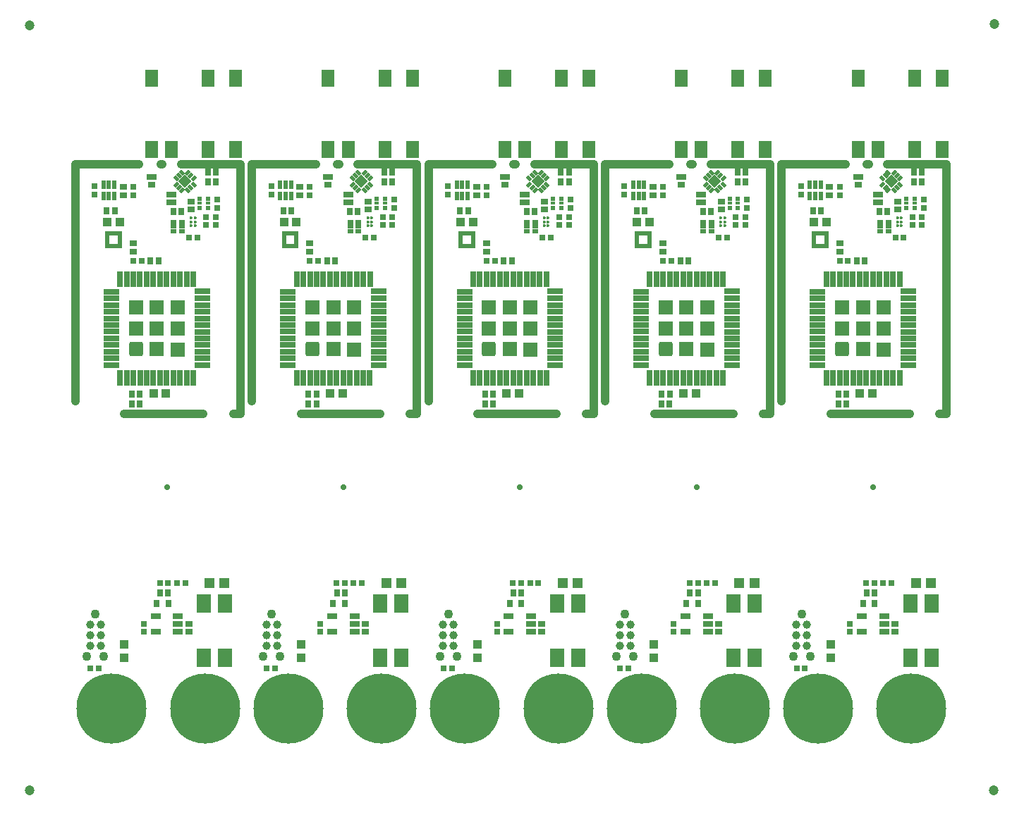
<source format=gts>
G04*
G04 #@! TF.GenerationSoftware,Altium Limited,Altium Designer,19.1.7 (138)*
G04*
G04 Layer_Color=8388736*
%FSAX25Y25*%
%MOIN*%
G70*
G01*
G75*
%ADD10C,0.03937*%
%ADD15R,0.01968X0.02362*%
%ADD88R,0.03162X0.02769*%
%ADD89R,0.04540X0.02690*%
%ADD90R,0.03165X0.03559*%
%ADD91R,0.03162X0.03320*%
%ADD92R,0.02769X0.03162*%
%ADD93R,0.04737X0.04737*%
%ADD94R,0.06902X0.09068*%
%ADD95R,0.03320X0.03162*%
%ADD96C,0.33084*%
%ADD97R,0.03950X0.03950*%
%ADD98C,0.03910*%
%ADD99R,0.03950X0.03950*%
%ADD100R,0.03241X0.03044*%
%ADD101R,0.04737X0.03044*%
%ADD102R,0.02375X0.04343*%
%ADD103R,0.06706X0.06706*%
G04:AMPARAMS|DCode=104|XSize=67.06mil|YSize=67.06mil|CornerRadius=9.91mil|HoleSize=0mil|Usage=FLASHONLY|Rotation=90.000|XOffset=0mil|YOffset=0mil|HoleType=Round|Shape=RoundedRectangle|*
%AMROUNDEDRECTD104*
21,1,0.06706,0.04724,0,0,90.0*
21,1,0.04724,0.06706,0,0,90.0*
1,1,0.01981,0.02362,0.02362*
1,1,0.01981,0.02362,-0.02362*
1,1,0.01981,-0.02362,-0.02362*
1,1,0.01981,-0.02362,0.02362*
%
%ADD104ROUNDEDRECTD104*%
%ADD105R,0.07493X0.02769*%
%ADD106R,0.02769X0.07493*%
%ADD107R,0.01981X0.01981*%
%ADD108R,0.01981X0.01981*%
%ADD109R,0.04737X0.03162*%
%ADD110R,0.01968X0.01575*%
%ADD111C,0.01417*%
%ADD112R,0.02769X0.01981*%
%ADD113R,0.03044X0.03241*%
G04:AMPARAMS|DCode=114|XSize=17.72mil|YSize=24.61mil|CornerRadius=0mil|HoleSize=0mil|Usage=FLASHONLY|Rotation=45.000|XOffset=0mil|YOffset=0mil|HoleType=Round|Shape=Rectangle|*
%AMROTATEDRECTD114*
4,1,4,0.00244,-0.01496,-0.01496,0.00244,-0.00244,0.01496,0.01496,-0.00244,0.00244,-0.01496,0.0*
%
%ADD114ROTATEDRECTD114*%

G04:AMPARAMS|DCode=115|XSize=17.72mil|YSize=24.61mil|CornerRadius=0mil|HoleSize=0mil|Usage=FLASHONLY|Rotation=135.000|XOffset=0mil|YOffset=0mil|HoleType=Round|Shape=Rectangle|*
%AMROTATEDRECTD115*
4,1,4,0.01496,0.00244,-0.00244,-0.01496,-0.01496,-0.00244,0.00244,0.01496,0.01496,0.00244,0.0*
%
%ADD115ROTATEDRECTD115*%

%ADD116P,0.06403X4X360.0*%
%ADD117R,0.05918X0.07887*%
%ADD118C,0.04737*%
%ADD119C,0.04343*%
%ADD120C,0.02769*%
G36*
X0491027Y0378764D02*
X0491047Y0378760D01*
X0491078Y0378753D01*
X0491125Y0378737D01*
X0491128Y0378737D01*
X0491174Y0378714D01*
X0491175Y0378713D01*
X0491175Y0378713D01*
X0491189Y0378704D01*
X0491218Y0378684D01*
X0491258Y0378650D01*
X0491258Y0378650D01*
X0491258Y0378650D01*
X0491603Y0378305D01*
X0491603Y0378305D01*
X0491603Y0378305D01*
X0491627Y0378277D01*
X0491637Y0378266D01*
X0491637Y0378266D01*
X0491637Y0378266D01*
X0491654Y0378240D01*
X0491666Y0378222D01*
X0491666Y0378222D01*
X0491666Y0378222D01*
X0491675Y0378205D01*
X0491689Y0378175D01*
X0491689Y0378175D01*
X0491689Y0378175D01*
X0491697Y0378153D01*
X0491706Y0378125D01*
X0491706Y0378125D01*
X0491706Y0378125D01*
X0491711Y0378099D01*
X0491716Y0378074D01*
Y0378074D01*
X0491716Y0378074D01*
X0491718Y0378049D01*
X0491720Y0378022D01*
Y0378022D01*
Y0378022D01*
X0491720Y0377283D01*
X0491718Y0377256D01*
X0491716Y0377231D01*
X0491716Y0377231D01*
Y0377231D01*
X0491711Y0377206D01*
X0491706Y0377180D01*
X0491706Y0377180D01*
X0491706Y0377180D01*
X0491700Y0377161D01*
X0491689Y0377130D01*
X0491689Y0377130D01*
X0491689Y0377130D01*
X0491679Y0377109D01*
X0491666Y0377083D01*
X0491666Y0377083D01*
X0491666Y0377083D01*
X0491654Y0377065D01*
X0491637Y0377040D01*
X0491637Y0377039D01*
X0491637Y0377039D01*
X0491627Y0377028D01*
X0491602Y0377000D01*
X0491602Y0377000D01*
X0491602Y0377000D01*
X0491575Y0376976D01*
X0491563Y0376965D01*
X0491563Y0376965D01*
X0491563Y0376965D01*
X0491537Y0376948D01*
X0491519Y0376936D01*
X0491519Y0376936D01*
X0491519Y0376936D01*
X0491494Y0376924D01*
X0491472Y0376913D01*
X0491472Y0376913D01*
X0491472Y0376913D01*
X0491441Y0376903D01*
X0491423Y0376896D01*
X0491423Y0376896D01*
X0491423Y0376896D01*
X0491397Y0376891D01*
X0491371Y0376886D01*
X0491371D01*
X0491371Y0376886D01*
X0491346Y0376884D01*
X0491319Y0376883D01*
X0490335D01*
X0490282Y0376886D01*
X0490231Y0376896D01*
X0490181Y0376913D01*
X0490134Y0376936D01*
X0490091Y0376965D01*
X0490051Y0377000D01*
X0490017Y0377040D01*
X0489988Y0377083D01*
X0489964Y0377130D01*
X0489947Y0377180D01*
X0489937Y0377231D01*
X0489934Y0377284D01*
Y0378366D01*
X0489937Y0378418D01*
X0489941Y0378439D01*
X0489947Y0378470D01*
X0489964Y0378520D01*
X0489988Y0378567D01*
X0489988Y0378567D01*
X0489997Y0378581D01*
X0490017Y0378610D01*
X0490051Y0378650D01*
X0490051Y0378650D01*
X0490051Y0378650D01*
X0490091Y0378684D01*
X0490120Y0378703D01*
X0490134Y0378713D01*
X0490134Y0378713D01*
X0490181Y0378736D01*
X0490231Y0378753D01*
X0490262Y0378760D01*
X0490282Y0378764D01*
X0490335Y0378767D01*
X0490974Y0378767D01*
X0490974D01*
X0491027Y0378764D01*
D02*
G37*
G36*
X0407562D02*
X0407583Y0378760D01*
X0407614Y0378753D01*
X0407660Y0378737D01*
X0407663Y0378737D01*
X0407709Y0378714D01*
X0407710Y0378713D01*
X0407710Y0378713D01*
X0407725Y0378704D01*
X0407754Y0378684D01*
X0407793Y0378650D01*
X0407793Y0378650D01*
X0407793Y0378650D01*
X0408138Y0378305D01*
X0408138Y0378305D01*
X0408138Y0378305D01*
X0408162Y0378277D01*
X0408173Y0378266D01*
X0408173Y0378266D01*
X0408173Y0378266D01*
X0408190Y0378240D01*
X0408202Y0378222D01*
X0408202Y0378222D01*
X0408202Y0378222D01*
X0408210Y0378205D01*
X0408225Y0378175D01*
X0408225Y0378175D01*
X0408225Y0378175D01*
X0408232Y0378153D01*
X0408242Y0378125D01*
X0408242Y0378125D01*
X0408242Y0378125D01*
X0408247Y0378099D01*
X0408252Y0378074D01*
Y0378074D01*
X0408252Y0378074D01*
X0408253Y0378049D01*
X0408255Y0378022D01*
Y0378022D01*
Y0378022D01*
X0408255Y0377283D01*
X0408253Y0377256D01*
X0408252Y0377231D01*
X0408252Y0377231D01*
Y0377231D01*
X0408247Y0377206D01*
X0408242Y0377180D01*
X0408242Y0377180D01*
X0408242Y0377180D01*
X0408235Y0377161D01*
X0408225Y0377130D01*
X0408225Y0377130D01*
X0408225Y0377130D01*
X0408214Y0377109D01*
X0408202Y0377083D01*
X0408201Y0377083D01*
X0408201Y0377083D01*
X0408190Y0377065D01*
X0408172Y0377040D01*
X0408172Y0377039D01*
X0408172Y0377039D01*
X0408162Y0377028D01*
X0408138Y0377000D01*
X0408138Y0377000D01*
X0408138Y0377000D01*
X0408110Y0376976D01*
X0408098Y0376965D01*
X0408098Y0376965D01*
X0408098Y0376965D01*
X0408072Y0376948D01*
X0408055Y0376936D01*
X0408055Y0376936D01*
X0408055Y0376936D01*
X0408029Y0376924D01*
X0408008Y0376913D01*
X0408008Y0376913D01*
X0408008Y0376913D01*
X0407977Y0376903D01*
X0407958Y0376896D01*
X0407958Y0376896D01*
X0407958Y0376896D01*
X0407932Y0376891D01*
X0407907Y0376886D01*
X0407907D01*
X0407907Y0376886D01*
X0407882Y0376884D01*
X0407854Y0376883D01*
X0406870D01*
X0406818Y0376886D01*
X0406766Y0376896D01*
X0406717Y0376913D01*
X0406670Y0376936D01*
X0406626Y0376965D01*
X0406587Y0377000D01*
X0406552Y0377040D01*
X0406523Y0377083D01*
X0406500Y0377130D01*
X0406483Y0377180D01*
X0406473Y0377231D01*
X0406469Y0377284D01*
Y0378366D01*
X0406473Y0378418D01*
X0406477Y0378439D01*
X0406483Y0378470D01*
X0406500Y0378520D01*
X0406523Y0378567D01*
X0406523Y0378567D01*
X0406533Y0378581D01*
X0406552Y0378610D01*
X0406587Y0378650D01*
X0406587Y0378650D01*
X0406587Y0378650D01*
X0406626Y0378684D01*
X0406655Y0378703D01*
X0406670Y0378713D01*
X0406670Y0378713D01*
X0406717Y0378736D01*
X0406766Y0378753D01*
X0406797Y0378760D01*
X0406818Y0378764D01*
X0406870Y0378767D01*
X0407510Y0378767D01*
X0407510D01*
X0407562Y0378764D01*
D02*
G37*
G36*
X0324097D02*
X0324118Y0378760D01*
X0324149Y0378753D01*
X0324196Y0378737D01*
X0324199Y0378737D01*
X0324244Y0378714D01*
X0324246Y0378713D01*
X0324246Y0378713D01*
X0324260Y0378704D01*
X0324289Y0378684D01*
X0324329Y0378650D01*
X0324329Y0378650D01*
X0324329Y0378650D01*
X0324673Y0378305D01*
X0324673Y0378305D01*
X0324673Y0378305D01*
X0324698Y0378277D01*
X0324708Y0378266D01*
X0324708Y0378266D01*
X0324708Y0378266D01*
X0324725Y0378240D01*
X0324737Y0378222D01*
X0324737Y0378222D01*
X0324737Y0378222D01*
X0324746Y0378205D01*
X0324760Y0378175D01*
X0324760Y0378175D01*
X0324760Y0378175D01*
X0324767Y0378153D01*
X0324777Y0378125D01*
X0324777Y0378125D01*
X0324777Y0378125D01*
X0324782Y0378099D01*
X0324787Y0378074D01*
Y0378074D01*
X0324787Y0378074D01*
X0324789Y0378049D01*
X0324791Y0378022D01*
Y0378022D01*
Y0378022D01*
X0324791Y0377283D01*
X0324789Y0377256D01*
X0324787Y0377231D01*
X0324787Y0377231D01*
Y0377231D01*
X0324782Y0377206D01*
X0324777Y0377180D01*
X0324777Y0377180D01*
X0324777Y0377180D01*
X0324771Y0377161D01*
X0324760Y0377130D01*
X0324760Y0377130D01*
X0324760Y0377130D01*
X0324749Y0377109D01*
X0324737Y0377083D01*
X0324737Y0377083D01*
X0324737Y0377083D01*
X0324725Y0377065D01*
X0324708Y0377040D01*
X0324708Y0377039D01*
X0324708Y0377039D01*
X0324697Y0377028D01*
X0324673Y0377000D01*
X0324673Y0377000D01*
X0324673Y0377000D01*
X0324645Y0376976D01*
X0324634Y0376965D01*
X0324634Y0376965D01*
X0324634Y0376965D01*
X0324608Y0376948D01*
X0324590Y0376936D01*
X0324590Y0376936D01*
X0324590Y0376936D01*
X0324564Y0376924D01*
X0324543Y0376913D01*
X0324543Y0376913D01*
X0324543Y0376913D01*
X0324512Y0376903D01*
X0324494Y0376896D01*
X0324494Y0376896D01*
X0324493Y0376896D01*
X0324467Y0376891D01*
X0324442Y0376886D01*
X0324442D01*
X0324442Y0376886D01*
X0324417Y0376884D01*
X0324390Y0376883D01*
X0323406D01*
X0323353Y0376886D01*
X0323302Y0376896D01*
X0323252Y0376913D01*
X0323205Y0376936D01*
X0323162Y0376965D01*
X0323122Y0377000D01*
X0323088Y0377040D01*
X0323058Y0377083D01*
X0323035Y0377130D01*
X0323018Y0377180D01*
X0323008Y0377231D01*
X0323005Y0377284D01*
Y0378366D01*
X0323008Y0378418D01*
X0323012Y0378439D01*
X0323018Y0378470D01*
X0323035Y0378520D01*
X0323058Y0378567D01*
X0323058Y0378567D01*
X0323068Y0378581D01*
X0323087Y0378610D01*
X0323122Y0378650D01*
X0323122Y0378650D01*
X0323122Y0378650D01*
X0323162Y0378684D01*
X0323190Y0378703D01*
X0323205Y0378713D01*
X0323205Y0378713D01*
X0323252Y0378736D01*
X0323302Y0378753D01*
X0323333Y0378760D01*
X0323353Y0378764D01*
X0323406Y0378767D01*
X0324045Y0378767D01*
X0324045D01*
X0324097Y0378764D01*
D02*
G37*
G36*
X0240633D02*
X0240653Y0378760D01*
X0240684Y0378753D01*
X0240731Y0378737D01*
X0240734Y0378737D01*
X0240780Y0378714D01*
X0240781Y0378713D01*
X0240781Y0378713D01*
X0240796Y0378704D01*
X0240825Y0378684D01*
X0240864Y0378650D01*
X0240864Y0378650D01*
X0240864Y0378650D01*
X0241209Y0378305D01*
X0241209Y0378305D01*
X0241209Y0378305D01*
X0241233Y0378277D01*
X0241243Y0378266D01*
X0241243Y0378266D01*
X0241243Y0378266D01*
X0241261Y0378240D01*
X0241272Y0378222D01*
X0241272Y0378222D01*
X0241272Y0378222D01*
X0241281Y0378205D01*
X0241296Y0378175D01*
X0241296Y0378175D01*
X0241296Y0378175D01*
X0241303Y0378153D01*
X0241313Y0378125D01*
X0241313Y0378125D01*
X0241313Y0378125D01*
X0241318Y0378099D01*
X0241323Y0378074D01*
Y0378074D01*
X0241323Y0378074D01*
X0241324Y0378049D01*
X0241326Y0378022D01*
Y0378022D01*
Y0378022D01*
X0241326Y0377283D01*
X0241324Y0377256D01*
X0241323Y0377231D01*
X0241323Y0377231D01*
Y0377231D01*
X0241318Y0377206D01*
X0241312Y0377180D01*
X0241312Y0377180D01*
X0241312Y0377180D01*
X0241306Y0377161D01*
X0241296Y0377130D01*
X0241296Y0377130D01*
X0241296Y0377130D01*
X0241285Y0377109D01*
X0241272Y0377083D01*
X0241272Y0377083D01*
X0241272Y0377083D01*
X0241261Y0377065D01*
X0241243Y0377040D01*
X0241243Y0377039D01*
X0241243Y0377039D01*
X0241233Y0377028D01*
X0241209Y0377000D01*
X0241209Y0377000D01*
X0241209Y0377000D01*
X0241181Y0376976D01*
X0241169Y0376965D01*
X0241169Y0376965D01*
X0241169Y0376965D01*
X0241143Y0376948D01*
X0241126Y0376936D01*
X0241126Y0376936D01*
X0241125Y0376936D01*
X0241100Y0376924D01*
X0241079Y0376913D01*
X0241078Y0376913D01*
X0241078Y0376913D01*
X0241048Y0376903D01*
X0241029Y0376896D01*
X0241029Y0376896D01*
X0241029Y0376896D01*
X0241003Y0376891D01*
X0240978Y0376886D01*
X0240977D01*
X0240977Y0376886D01*
X0240952Y0376884D01*
X0240925Y0376883D01*
X0239941D01*
X0239889Y0376886D01*
X0239837Y0376896D01*
X0239788Y0376913D01*
X0239740Y0376936D01*
X0239697Y0376965D01*
X0239657Y0377000D01*
X0239623Y0377040D01*
X0239594Y0377083D01*
X0239571Y0377130D01*
X0239554Y0377180D01*
X0239544Y0377231D01*
X0239540Y0377284D01*
Y0378366D01*
X0239544Y0378418D01*
X0239548Y0378439D01*
X0239554Y0378470D01*
X0239571Y0378520D01*
X0239594Y0378567D01*
X0239594Y0378567D01*
X0239603Y0378581D01*
X0239623Y0378610D01*
X0239657Y0378650D01*
X0239657Y0378650D01*
X0239657Y0378650D01*
X0239697Y0378684D01*
X0239726Y0378703D01*
X0239740Y0378713D01*
X0239740Y0378713D01*
X0239788Y0378736D01*
X0239837Y0378753D01*
X0239868Y0378760D01*
X0239889Y0378764D01*
X0239941Y0378767D01*
X0240581Y0378767D01*
X0240581D01*
X0240633Y0378764D01*
D02*
G37*
G36*
X0157168D02*
X0157189Y0378760D01*
X0157220Y0378753D01*
X0157267Y0378737D01*
X0157270Y0378737D01*
X0157315Y0378714D01*
X0157317Y0378713D01*
X0157317Y0378713D01*
X0157331Y0378704D01*
X0157360Y0378684D01*
X0157399Y0378650D01*
X0157399Y0378650D01*
X0157399Y0378650D01*
X0157744Y0378305D01*
X0157744Y0378305D01*
X0157744Y0378305D01*
X0157768Y0378277D01*
X0157779Y0378266D01*
X0157779Y0378266D01*
X0157779Y0378266D01*
X0157796Y0378240D01*
X0157808Y0378222D01*
X0157808Y0378222D01*
X0157808Y0378222D01*
X0157816Y0378205D01*
X0157831Y0378175D01*
X0157831Y0378175D01*
X0157831Y0378175D01*
X0157838Y0378153D01*
X0157848Y0378125D01*
X0157848Y0378125D01*
X0157848Y0378125D01*
X0157853Y0378099D01*
X0157858Y0378074D01*
Y0378074D01*
X0157858Y0378074D01*
X0157860Y0378049D01*
X0157862Y0378022D01*
Y0378022D01*
Y0378022D01*
X0157861Y0377283D01*
X0157860Y0377256D01*
X0157858Y0377231D01*
X0157858Y0377231D01*
Y0377231D01*
X0157853Y0377206D01*
X0157848Y0377180D01*
X0157848Y0377180D01*
X0157848Y0377180D01*
X0157842Y0377161D01*
X0157831Y0377130D01*
X0157831Y0377130D01*
X0157831Y0377130D01*
X0157820Y0377109D01*
X0157808Y0377083D01*
X0157808Y0377083D01*
X0157808Y0377083D01*
X0157796Y0377065D01*
X0157779Y0377040D01*
X0157779Y0377039D01*
X0157779Y0377039D01*
X0157768Y0377028D01*
X0157744Y0377000D01*
X0157744Y0377000D01*
X0157744Y0377000D01*
X0157716Y0376976D01*
X0157705Y0376965D01*
X0157705Y0376965D01*
X0157705Y0376965D01*
X0157679Y0376948D01*
X0157661Y0376936D01*
X0157661Y0376936D01*
X0157661Y0376936D01*
X0157635Y0376924D01*
X0157614Y0376913D01*
X0157614Y0376913D01*
X0157614Y0376913D01*
X0157583Y0376903D01*
X0157564Y0376896D01*
X0157564Y0376896D01*
X0157564Y0376896D01*
X0157538Y0376891D01*
X0157513Y0376886D01*
X0157513D01*
X0157513Y0376886D01*
X0157488Y0376884D01*
X0157461Y0376883D01*
X0156476D01*
X0156424Y0376886D01*
X0156373Y0376896D01*
X0156323Y0376913D01*
X0156276Y0376936D01*
X0156232Y0376965D01*
X0156193Y0377000D01*
X0156158Y0377040D01*
X0156129Y0377083D01*
X0156106Y0377130D01*
X0156089Y0377180D01*
X0156079Y0377231D01*
X0156076Y0377284D01*
Y0378366D01*
X0156079Y0378418D01*
X0156083Y0378439D01*
X0156089Y0378470D01*
X0156106Y0378520D01*
X0156129Y0378567D01*
X0156129Y0378567D01*
X0156139Y0378581D01*
X0156158Y0378610D01*
X0156193Y0378650D01*
X0156193Y0378650D01*
X0156193Y0378650D01*
X0156232Y0378684D01*
X0156261Y0378703D01*
X0156276Y0378713D01*
X0156276Y0378713D01*
X0156323Y0378736D01*
X0156373Y0378753D01*
X0156404Y0378760D01*
X0156424Y0378764D01*
X0156476Y0378767D01*
X0157116Y0378767D01*
X0157116D01*
X0157168Y0378764D01*
D02*
G37*
D10*
X0165039Y0298543D02*
X0202362D01*
X0216398D02*
X0219803D01*
Y0409961D01*
Y0416614D01*
X0191850D02*
X0218779D01*
X0182087D02*
X0183056D01*
X0141850D02*
X0172047D01*
X0141850D02*
X0141850Y0304348D01*
X0248504Y0298543D02*
X0285827D01*
X0299862D02*
X0303268D01*
Y0409961D01*
Y0416614D01*
X0275315D02*
X0302244D01*
X0265551D02*
X0266521D01*
X0225315D02*
X0255512D01*
X0225315D02*
X0225315Y0304348D01*
X0331968Y0298543D02*
X0369291D01*
X0383327D02*
X0386732D01*
Y0409961D01*
Y0416614D01*
X0358780D02*
X0385709D01*
X0349016D02*
X0349986D01*
X0308780D02*
X0338976D01*
X0308780D02*
X0308780Y0304348D01*
X0415433Y0298543D02*
X0452756D01*
X0466791D02*
X0470197D01*
Y0409961D01*
Y0416614D01*
X0442244D02*
X0469173D01*
X0432480D02*
X0433450D01*
X0392244D02*
X0422441D01*
X0392244D02*
X0392244Y0304348D01*
X0498898Y0298543D02*
X0536221D01*
X0550256D02*
X0553661D01*
Y0409961D01*
Y0416614D01*
X0525709D02*
X0552638D01*
X0515945D02*
X0516915D01*
X0475709D02*
X0505905D01*
X0475709D02*
X0475709Y0304348D01*
D15*
X0200709Y0395945D02*
D03*
Y0400118D02*
D03*
X0204646Y0395945D02*
D03*
Y0400118D02*
D03*
X0284173Y0395945D02*
D03*
Y0400118D02*
D03*
X0288110Y0395945D02*
D03*
Y0400118D02*
D03*
X0367638Y0395945D02*
D03*
Y0400118D02*
D03*
X0371575Y0395945D02*
D03*
Y0400118D02*
D03*
X0451102Y0395945D02*
D03*
Y0400118D02*
D03*
X0455039Y0395945D02*
D03*
Y0400118D02*
D03*
X0534567Y0395945D02*
D03*
Y0400118D02*
D03*
X0538504Y0395945D02*
D03*
Y0400118D02*
D03*
D88*
X0174151Y0199343D02*
D03*
Y0195405D02*
D03*
X0169213Y0405788D02*
D03*
Y0401851D02*
D03*
X0150945Y0406220D02*
D03*
Y0402283D02*
D03*
X0208937Y0395906D02*
D03*
Y0399843D02*
D03*
X0203661Y0391654D02*
D03*
Y0387717D02*
D03*
X0208150Y0391654D02*
D03*
Y0387717D02*
D03*
X0257615Y0199343D02*
D03*
Y0195405D02*
D03*
X0252677Y0405788D02*
D03*
Y0401851D02*
D03*
X0234409Y0406220D02*
D03*
Y0402283D02*
D03*
X0292402Y0395906D02*
D03*
Y0399843D02*
D03*
X0287126Y0391654D02*
D03*
Y0387717D02*
D03*
X0291614Y0391654D02*
D03*
Y0387717D02*
D03*
X0341080Y0199343D02*
D03*
Y0195405D02*
D03*
X0336142Y0405788D02*
D03*
Y0401851D02*
D03*
X0317874Y0406220D02*
D03*
Y0402283D02*
D03*
X0375866Y0395906D02*
D03*
Y0399843D02*
D03*
X0370590Y0391654D02*
D03*
Y0387717D02*
D03*
X0375079Y0391654D02*
D03*
Y0387717D02*
D03*
X0424544Y0199343D02*
D03*
Y0195405D02*
D03*
X0419606Y0405788D02*
D03*
Y0401851D02*
D03*
X0401339Y0406220D02*
D03*
Y0402283D02*
D03*
X0459331Y0395906D02*
D03*
Y0399843D02*
D03*
X0454055Y0391654D02*
D03*
Y0387717D02*
D03*
X0458543Y0391654D02*
D03*
Y0387717D02*
D03*
X0508009Y0199343D02*
D03*
Y0195405D02*
D03*
X0503071Y0405788D02*
D03*
Y0401851D02*
D03*
X0484803Y0406220D02*
D03*
Y0402283D02*
D03*
X0542795Y0395906D02*
D03*
Y0399843D02*
D03*
X0537520Y0391654D02*
D03*
Y0387717D02*
D03*
X0542008Y0391654D02*
D03*
Y0387717D02*
D03*
D89*
X0190371Y0199240D02*
D03*
X0179741Y0195499D02*
D03*
Y0202980D02*
D03*
X0190371D02*
D03*
Y0195499D02*
D03*
X0273835Y0199240D02*
D03*
X0263206Y0195499D02*
D03*
Y0202980D02*
D03*
X0273835D02*
D03*
Y0195499D02*
D03*
X0357300Y0199240D02*
D03*
X0346670Y0195499D02*
D03*
Y0202980D02*
D03*
X0357300D02*
D03*
Y0195499D02*
D03*
X0440765Y0199240D02*
D03*
X0430135Y0195499D02*
D03*
Y0202980D02*
D03*
X0440765D02*
D03*
Y0195499D02*
D03*
X0524229Y0199240D02*
D03*
X0513599Y0195499D02*
D03*
Y0202980D02*
D03*
X0524229D02*
D03*
Y0195499D02*
D03*
D90*
X0185748Y0208858D02*
D03*
X0180236D02*
D03*
X0269213D02*
D03*
X0263701D02*
D03*
X0352677D02*
D03*
X0347165D02*
D03*
X0436142D02*
D03*
X0430630D02*
D03*
X0519606D02*
D03*
X0514095D02*
D03*
D91*
X0185709Y0213976D02*
D03*
X0181929D02*
D03*
X0168543Y0303307D02*
D03*
X0172323D02*
D03*
X0168583Y0307992D02*
D03*
X0172362D02*
D03*
X0160472Y0394488D02*
D03*
X0156693D02*
D03*
X0181142Y0370827D02*
D03*
X0177362D02*
D03*
X0208189Y0412992D02*
D03*
X0204409D02*
D03*
X0208189Y0408268D02*
D03*
X0204409D02*
D03*
X0269173Y0213976D02*
D03*
X0265394D02*
D03*
X0252008Y0303307D02*
D03*
X0255787D02*
D03*
X0252047Y0307992D02*
D03*
X0255827D02*
D03*
X0243937Y0394488D02*
D03*
X0240157D02*
D03*
X0264606Y0370827D02*
D03*
X0260827D02*
D03*
X0291653Y0412992D02*
D03*
X0287874D02*
D03*
X0291653Y0408268D02*
D03*
X0287874D02*
D03*
X0352638Y0213976D02*
D03*
X0348858D02*
D03*
X0335472Y0303307D02*
D03*
X0339252D02*
D03*
X0335512Y0307992D02*
D03*
X0339291D02*
D03*
X0327401Y0394488D02*
D03*
X0323622D02*
D03*
X0348071Y0370827D02*
D03*
X0344291D02*
D03*
X0375118Y0412992D02*
D03*
X0371339D02*
D03*
X0375118Y0408268D02*
D03*
X0371339D02*
D03*
X0436102Y0213976D02*
D03*
X0432323D02*
D03*
X0418937Y0303307D02*
D03*
X0422717D02*
D03*
X0418976Y0307992D02*
D03*
X0422756D02*
D03*
X0410866Y0394488D02*
D03*
X0407087D02*
D03*
X0431535Y0370827D02*
D03*
X0427756D02*
D03*
X0458583Y0412992D02*
D03*
X0454803D02*
D03*
X0458583Y0408268D02*
D03*
X0454803D02*
D03*
X0519567Y0213976D02*
D03*
X0515788D02*
D03*
X0502402Y0303307D02*
D03*
X0506181D02*
D03*
X0502441Y0307992D02*
D03*
X0506220D02*
D03*
X0494331Y0394488D02*
D03*
X0490551D02*
D03*
X0515000Y0370827D02*
D03*
X0511221D02*
D03*
X0542047Y0412992D02*
D03*
X0538268D02*
D03*
X0542047Y0408268D02*
D03*
X0538268D02*
D03*
D92*
X0181772Y0218425D02*
D03*
X0185709D02*
D03*
X0189803D02*
D03*
X0193740D02*
D03*
X0152835Y0178228D02*
D03*
X0148898D02*
D03*
X0173189Y0370827D02*
D03*
X0169252D02*
D03*
X0195590Y0381851D02*
D03*
X0199528D02*
D03*
X0265236Y0218425D02*
D03*
X0269173D02*
D03*
X0273268D02*
D03*
X0277205D02*
D03*
X0236299Y0178228D02*
D03*
X0232362D02*
D03*
X0256653Y0370827D02*
D03*
X0252716D02*
D03*
X0279055Y0381851D02*
D03*
X0282992D02*
D03*
X0348701Y0218425D02*
D03*
X0352638D02*
D03*
X0356732D02*
D03*
X0360669D02*
D03*
X0319764Y0178228D02*
D03*
X0315827D02*
D03*
X0340118Y0370827D02*
D03*
X0336181D02*
D03*
X0362520Y0381851D02*
D03*
X0366457D02*
D03*
X0432165Y0218425D02*
D03*
X0436102D02*
D03*
X0440197D02*
D03*
X0444134D02*
D03*
X0403228Y0178228D02*
D03*
X0399291D02*
D03*
X0423583Y0370827D02*
D03*
X0419646D02*
D03*
X0445984Y0381851D02*
D03*
X0449921D02*
D03*
X0515630Y0218425D02*
D03*
X0519567D02*
D03*
X0523662D02*
D03*
X0527598D02*
D03*
X0486693Y0178228D02*
D03*
X0482756D02*
D03*
X0507047Y0370827D02*
D03*
X0503110D02*
D03*
X0529449Y0381851D02*
D03*
X0533386D02*
D03*
D93*
X0205297Y0218622D02*
D03*
X0212384D02*
D03*
X0288762D02*
D03*
X0295848D02*
D03*
X0372226D02*
D03*
X0379313D02*
D03*
X0455691D02*
D03*
X0462777D02*
D03*
X0539155D02*
D03*
X0546242D02*
D03*
D94*
X0202559Y0208819D02*
D03*
X0212559Y0183228D02*
D03*
X0202559D02*
D03*
X0212559Y0208819D02*
D03*
X0286024D02*
D03*
X0296024Y0183228D02*
D03*
X0286024D02*
D03*
X0296024Y0208819D02*
D03*
X0369488D02*
D03*
X0379488Y0183228D02*
D03*
X0369488D02*
D03*
X0379488Y0208819D02*
D03*
X0452953D02*
D03*
X0462953Y0183228D02*
D03*
X0452953D02*
D03*
X0462953Y0208819D02*
D03*
X0536417D02*
D03*
X0546417Y0183228D02*
D03*
X0536417D02*
D03*
X0546417Y0208819D02*
D03*
D95*
X0195410Y0195484D02*
D03*
Y0199264D02*
D03*
X0164488Y0401929D02*
D03*
Y0405709D02*
D03*
X0169252Y0379055D02*
D03*
Y0375276D02*
D03*
X0196693Y0395079D02*
D03*
Y0398858D02*
D03*
X0278875Y0195484D02*
D03*
Y0199264D02*
D03*
X0247953Y0401929D02*
D03*
Y0405709D02*
D03*
X0252716Y0379055D02*
D03*
Y0375276D02*
D03*
X0280157Y0395079D02*
D03*
Y0398858D02*
D03*
X0362339Y0195484D02*
D03*
Y0199264D02*
D03*
X0331417Y0401929D02*
D03*
Y0405709D02*
D03*
X0336181Y0379055D02*
D03*
Y0375276D02*
D03*
X0363622Y0395079D02*
D03*
Y0398858D02*
D03*
X0445804Y0195484D02*
D03*
Y0199264D02*
D03*
X0414882Y0401929D02*
D03*
Y0405709D02*
D03*
X0419646Y0379055D02*
D03*
Y0375276D02*
D03*
X0447087Y0395079D02*
D03*
Y0398858D02*
D03*
X0529269Y0195484D02*
D03*
Y0199264D02*
D03*
X0498347Y0401929D02*
D03*
Y0405709D02*
D03*
X0503110Y0379055D02*
D03*
Y0375276D02*
D03*
X0530551Y0395079D02*
D03*
Y0398858D02*
D03*
D96*
X0203150Y0159055D02*
D03*
X0159055D02*
D03*
X0286614D02*
D03*
X0242520D02*
D03*
X0370079D02*
D03*
X0325984D02*
D03*
X0453543D02*
D03*
X0409449D02*
D03*
X0537008D02*
D03*
X0492913D02*
D03*
D97*
X0164961Y0183169D02*
D03*
Y0189469D02*
D03*
X0248425Y0183169D02*
D03*
Y0189469D02*
D03*
X0331890Y0183169D02*
D03*
Y0189469D02*
D03*
X0415354Y0183169D02*
D03*
Y0189469D02*
D03*
X0498819Y0183169D02*
D03*
Y0189469D02*
D03*
D98*
X0153760Y0188740D02*
D03*
X0148760D02*
D03*
X0153760Y0193740D02*
D03*
X0148760D02*
D03*
X0153760Y0198740D02*
D03*
X0148760D02*
D03*
X0237224Y0188740D02*
D03*
X0232224D02*
D03*
X0237224Y0193740D02*
D03*
X0232224D02*
D03*
X0237224Y0198740D02*
D03*
X0232224D02*
D03*
X0320689Y0188740D02*
D03*
X0315689D02*
D03*
X0320689Y0193740D02*
D03*
X0315689D02*
D03*
X0320689Y0198740D02*
D03*
X0315689D02*
D03*
X0404154Y0188740D02*
D03*
X0399154D02*
D03*
X0404154Y0193740D02*
D03*
X0399154D02*
D03*
X0404154Y0198740D02*
D03*
X0399154D02*
D03*
X0487618Y0188740D02*
D03*
X0482618D02*
D03*
X0487618Y0193740D02*
D03*
X0482618D02*
D03*
X0487618Y0198740D02*
D03*
X0482618D02*
D03*
D99*
X0184685Y0308032D02*
D03*
X0178779D02*
D03*
X0156968Y0389055D02*
D03*
X0162874D02*
D03*
X0268150Y0308032D02*
D03*
X0262244D02*
D03*
X0240433Y0389055D02*
D03*
X0246339D02*
D03*
X0351614Y0308032D02*
D03*
X0345709D02*
D03*
X0323898Y0389055D02*
D03*
X0329803D02*
D03*
X0435079Y0308032D02*
D03*
X0429173D02*
D03*
X0407362Y0389055D02*
D03*
X0413268D02*
D03*
X0518543Y0308032D02*
D03*
X0512638D02*
D03*
X0490827Y0389055D02*
D03*
X0496732D02*
D03*
D100*
X0177874Y0406693D02*
D03*
X0261338D02*
D03*
X0344803D02*
D03*
X0428268D02*
D03*
X0511732D02*
D03*
D101*
X0177874Y0410394D02*
D03*
X0261338D02*
D03*
X0344803D02*
D03*
X0428268D02*
D03*
X0511732D02*
D03*
D102*
X0155157Y0401654D02*
D03*
X0157717D02*
D03*
X0160276D02*
D03*
Y0406772D02*
D03*
X0157717D02*
D03*
X0155157D02*
D03*
X0238622Y0401654D02*
D03*
X0241181D02*
D03*
X0243740D02*
D03*
Y0406772D02*
D03*
X0241181D02*
D03*
X0238622D02*
D03*
X0322087Y0401654D02*
D03*
X0324646D02*
D03*
X0327205D02*
D03*
Y0406772D02*
D03*
X0324646D02*
D03*
X0322087D02*
D03*
X0405551Y0401654D02*
D03*
X0408110D02*
D03*
X0410669D02*
D03*
Y0406772D02*
D03*
X0408110D02*
D03*
X0405551D02*
D03*
X0489016Y0401654D02*
D03*
X0491575D02*
D03*
X0494134D02*
D03*
Y0406772D02*
D03*
X0491575D02*
D03*
X0489016D02*
D03*
D103*
X0190118Y0348748D02*
D03*
Y0338906D02*
D03*
Y0328965D02*
D03*
X0180276Y0348748D02*
D03*
Y0338906D02*
D03*
Y0329063D02*
D03*
X0170433Y0348748D02*
D03*
X0170433Y0338906D02*
D03*
X0273583Y0348748D02*
D03*
Y0338906D02*
D03*
Y0328965D02*
D03*
X0263740Y0348748D02*
D03*
Y0338906D02*
D03*
Y0329063D02*
D03*
X0253898Y0348748D02*
D03*
X0253898Y0338906D02*
D03*
X0357047Y0348748D02*
D03*
Y0338906D02*
D03*
Y0328965D02*
D03*
X0347205Y0348748D02*
D03*
Y0338906D02*
D03*
Y0329063D02*
D03*
X0337362Y0348748D02*
D03*
X0337362Y0338906D02*
D03*
X0440512Y0348748D02*
D03*
Y0338906D02*
D03*
Y0328965D02*
D03*
X0430669Y0348748D02*
D03*
Y0338906D02*
D03*
Y0329063D02*
D03*
X0420827Y0348748D02*
D03*
X0420827Y0338906D02*
D03*
X0523976Y0348748D02*
D03*
Y0338906D02*
D03*
Y0328965D02*
D03*
X0514134Y0348748D02*
D03*
Y0338906D02*
D03*
Y0329063D02*
D03*
X0504291Y0348748D02*
D03*
X0504291Y0338906D02*
D03*
D104*
X0170433Y0329063D02*
D03*
X0253898D02*
D03*
X0337362D02*
D03*
X0420827D02*
D03*
X0504291D02*
D03*
D105*
X0158799Y0321575D02*
D03*
Y0324764D02*
D03*
Y0327913D02*
D03*
Y0331063D02*
D03*
Y0334213D02*
D03*
Y0337362D02*
D03*
Y0340512D02*
D03*
Y0343661D02*
D03*
Y0346811D02*
D03*
Y0349961D02*
D03*
Y0353071D02*
D03*
Y0356260D02*
D03*
X0201732Y0356417D02*
D03*
X0201732Y0353106D02*
D03*
Y0349929D02*
D03*
X0201728Y0346780D02*
D03*
X0201728Y0343630D02*
D03*
X0201732Y0340480D02*
D03*
Y0337331D02*
D03*
X0201732Y0334181D02*
D03*
X0201732Y0331032D02*
D03*
X0201732Y0327882D02*
D03*
Y0324732D02*
D03*
Y0321575D02*
D03*
X0242264D02*
D03*
Y0324764D02*
D03*
Y0327913D02*
D03*
Y0331063D02*
D03*
Y0334213D02*
D03*
Y0337362D02*
D03*
Y0340512D02*
D03*
Y0343661D02*
D03*
Y0346811D02*
D03*
Y0349961D02*
D03*
Y0353071D02*
D03*
Y0356260D02*
D03*
X0285197Y0356417D02*
D03*
X0285197Y0353106D02*
D03*
Y0349929D02*
D03*
X0285193Y0346780D02*
D03*
X0285193Y0343630D02*
D03*
X0285197Y0340480D02*
D03*
Y0337331D02*
D03*
X0285197Y0334181D02*
D03*
X0285197Y0331032D02*
D03*
X0285197Y0327882D02*
D03*
Y0324732D02*
D03*
Y0321575D02*
D03*
X0325728D02*
D03*
Y0324764D02*
D03*
Y0327913D02*
D03*
Y0331063D02*
D03*
Y0334213D02*
D03*
Y0337362D02*
D03*
Y0340512D02*
D03*
Y0343661D02*
D03*
Y0346811D02*
D03*
Y0349961D02*
D03*
Y0353071D02*
D03*
Y0356260D02*
D03*
X0368661Y0356417D02*
D03*
X0368661Y0353106D02*
D03*
Y0349929D02*
D03*
X0368657Y0346780D02*
D03*
X0368657Y0343630D02*
D03*
X0368661Y0340480D02*
D03*
Y0337331D02*
D03*
X0368661Y0334181D02*
D03*
X0368661Y0331032D02*
D03*
X0368661Y0327882D02*
D03*
Y0324732D02*
D03*
Y0321575D02*
D03*
X0409193D02*
D03*
Y0324764D02*
D03*
Y0327913D02*
D03*
Y0331063D02*
D03*
Y0334213D02*
D03*
Y0337362D02*
D03*
Y0340512D02*
D03*
Y0343661D02*
D03*
Y0346811D02*
D03*
Y0349961D02*
D03*
Y0353071D02*
D03*
Y0356260D02*
D03*
X0452126Y0356417D02*
D03*
X0452126Y0353106D02*
D03*
Y0349929D02*
D03*
X0452122Y0346780D02*
D03*
X0452122Y0343630D02*
D03*
X0452126Y0340480D02*
D03*
Y0337331D02*
D03*
X0452126Y0334181D02*
D03*
X0452126Y0331032D02*
D03*
X0452126Y0327882D02*
D03*
Y0324732D02*
D03*
Y0321575D02*
D03*
X0492658D02*
D03*
Y0324764D02*
D03*
Y0327913D02*
D03*
Y0331063D02*
D03*
Y0334213D02*
D03*
Y0337362D02*
D03*
Y0340512D02*
D03*
Y0343661D02*
D03*
Y0346811D02*
D03*
Y0349961D02*
D03*
Y0353071D02*
D03*
Y0356260D02*
D03*
X0535591Y0356417D02*
D03*
X0535591Y0353106D02*
D03*
Y0349929D02*
D03*
X0535587Y0346780D02*
D03*
X0535587Y0343630D02*
D03*
X0535591Y0340480D02*
D03*
Y0337331D02*
D03*
X0535591Y0334181D02*
D03*
X0535591Y0331032D02*
D03*
X0535591Y0327882D02*
D03*
Y0324732D02*
D03*
Y0321575D02*
D03*
D106*
X0162933Y0362126D02*
D03*
X0166083D02*
D03*
X0169272D02*
D03*
X0172382D02*
D03*
X0175531D02*
D03*
X0178720D02*
D03*
X0181850Y0362134D02*
D03*
X0185000Y0362134D02*
D03*
X0188150Y0362134D02*
D03*
X0191287Y0362134D02*
D03*
X0194445Y0362134D02*
D03*
X0197598D02*
D03*
X0197579Y0315669D02*
D03*
X0194468D02*
D03*
X0191279D02*
D03*
X0188169D02*
D03*
X0185020D02*
D03*
X0181831D02*
D03*
X0178720D02*
D03*
X0175571D02*
D03*
X0172421D02*
D03*
X0169272D02*
D03*
X0166083D02*
D03*
X0162933D02*
D03*
X0246398Y0362126D02*
D03*
X0249547D02*
D03*
X0252736D02*
D03*
X0255846D02*
D03*
X0258996D02*
D03*
X0262185D02*
D03*
X0265315Y0362134D02*
D03*
X0268464Y0362134D02*
D03*
X0271614Y0362134D02*
D03*
X0274752Y0362134D02*
D03*
X0277909Y0362134D02*
D03*
X0281063D02*
D03*
X0281043Y0315669D02*
D03*
X0277933D02*
D03*
X0274744D02*
D03*
X0271634D02*
D03*
X0268484D02*
D03*
X0265295D02*
D03*
X0262185D02*
D03*
X0259035D02*
D03*
X0255886D02*
D03*
X0252736D02*
D03*
X0249547D02*
D03*
X0246398D02*
D03*
X0329862Y0362126D02*
D03*
X0333012D02*
D03*
X0336201D02*
D03*
X0339311D02*
D03*
X0342461D02*
D03*
X0345650D02*
D03*
X0348780Y0362134D02*
D03*
X0351929Y0362134D02*
D03*
X0355079Y0362134D02*
D03*
X0358217Y0362134D02*
D03*
X0361374Y0362134D02*
D03*
X0364528D02*
D03*
X0364508Y0315669D02*
D03*
X0361398D02*
D03*
X0358209D02*
D03*
X0355098D02*
D03*
X0351949D02*
D03*
X0348760D02*
D03*
X0345650D02*
D03*
X0342500D02*
D03*
X0339350D02*
D03*
X0336201D02*
D03*
X0333012D02*
D03*
X0329862D02*
D03*
X0413327Y0362126D02*
D03*
X0416476D02*
D03*
X0419665D02*
D03*
X0422776D02*
D03*
X0425925D02*
D03*
X0429114D02*
D03*
X0432244Y0362134D02*
D03*
X0435394Y0362134D02*
D03*
X0438543Y0362134D02*
D03*
X0441681Y0362134D02*
D03*
X0444839Y0362134D02*
D03*
X0447992D02*
D03*
X0447972Y0315669D02*
D03*
X0444862D02*
D03*
X0441673D02*
D03*
X0438563D02*
D03*
X0435413D02*
D03*
X0432224D02*
D03*
X0429114D02*
D03*
X0425964D02*
D03*
X0422815D02*
D03*
X0419665D02*
D03*
X0416476D02*
D03*
X0413327D02*
D03*
X0496791Y0362126D02*
D03*
X0499941D02*
D03*
X0503130D02*
D03*
X0506240D02*
D03*
X0509390D02*
D03*
X0512579D02*
D03*
X0515709Y0362134D02*
D03*
X0518858Y0362134D02*
D03*
X0522008Y0362134D02*
D03*
X0525146Y0362134D02*
D03*
X0528303Y0362134D02*
D03*
X0531457D02*
D03*
X0531437Y0315669D02*
D03*
X0528327D02*
D03*
X0525138D02*
D03*
X0522027D02*
D03*
X0518878D02*
D03*
X0515689D02*
D03*
X0512579D02*
D03*
X0509429D02*
D03*
X0506280D02*
D03*
X0503130D02*
D03*
X0499941D02*
D03*
X0496791D02*
D03*
D107*
X0156968Y0379803D02*
D03*
Y0381772D02*
D03*
X0162874D02*
D03*
X0162874Y0379803D02*
D03*
X0240433D02*
D03*
Y0381772D02*
D03*
X0246339D02*
D03*
X0246339Y0379803D02*
D03*
X0323898D02*
D03*
Y0381772D02*
D03*
X0329803D02*
D03*
X0329803Y0379803D02*
D03*
X0407362D02*
D03*
Y0381772D02*
D03*
X0413268D02*
D03*
X0413268Y0379803D02*
D03*
X0490827D02*
D03*
Y0381772D02*
D03*
X0496732D02*
D03*
X0496732Y0379803D02*
D03*
D108*
X0156968Y0383740D02*
D03*
X0158937D02*
D03*
X0160906D02*
D03*
X0162874D02*
D03*
Y0377835D02*
D03*
X0160906D02*
D03*
X0158937D02*
D03*
X0156968D02*
D03*
X0240433Y0383740D02*
D03*
X0242402D02*
D03*
X0244370D02*
D03*
X0246339D02*
D03*
Y0377835D02*
D03*
X0244370D02*
D03*
X0242402D02*
D03*
X0240433D02*
D03*
X0323898Y0383740D02*
D03*
X0325866D02*
D03*
X0327835D02*
D03*
X0329803D02*
D03*
Y0377835D02*
D03*
X0327835D02*
D03*
X0325866D02*
D03*
X0323898D02*
D03*
X0407362Y0383740D02*
D03*
X0409331D02*
D03*
X0411299D02*
D03*
X0413268D02*
D03*
Y0377835D02*
D03*
X0411299D02*
D03*
X0409331D02*
D03*
X0407362D02*
D03*
X0490827Y0383740D02*
D03*
X0492795D02*
D03*
X0494764D02*
D03*
X0496732D02*
D03*
Y0377835D02*
D03*
X0494764D02*
D03*
X0492795D02*
D03*
X0490827D02*
D03*
D109*
X0187323Y0398386D02*
D03*
Y0402166D02*
D03*
X0270787Y0398386D02*
D03*
Y0402166D02*
D03*
X0354252Y0398386D02*
D03*
Y0402166D02*
D03*
X0437716Y0398386D02*
D03*
Y0402166D02*
D03*
X0521181Y0398386D02*
D03*
Y0402166D02*
D03*
D110*
X0200709Y0398032D02*
D03*
X0204646D02*
D03*
X0284173D02*
D03*
X0288110D02*
D03*
X0367638D02*
D03*
X0371575D02*
D03*
X0451102D02*
D03*
X0455039D02*
D03*
X0534567D02*
D03*
X0538504D02*
D03*
D111*
X0196634Y0391102D02*
D03*
X0198406D02*
D03*
X0196634Y0389331D02*
D03*
X0198406D02*
D03*
X0196634Y0387559D02*
D03*
X0198406D02*
D03*
X0280098Y0391102D02*
D03*
X0281870D02*
D03*
X0280098Y0389331D02*
D03*
X0281870D02*
D03*
X0280098Y0387559D02*
D03*
X0281870D02*
D03*
X0363563Y0391102D02*
D03*
X0365335D02*
D03*
X0363563Y0389331D02*
D03*
X0365335D02*
D03*
X0363563Y0387559D02*
D03*
X0365335D02*
D03*
X0447027Y0391102D02*
D03*
X0448799D02*
D03*
X0447027Y0389331D02*
D03*
X0448799D02*
D03*
X0447027Y0387559D02*
D03*
X0448799D02*
D03*
X0530492Y0391102D02*
D03*
X0532264D02*
D03*
X0530492Y0389331D02*
D03*
X0532264D02*
D03*
X0530492Y0387559D02*
D03*
X0532264D02*
D03*
D112*
X0192244Y0389331D02*
D03*
Y0387165D02*
D03*
Y0385000D02*
D03*
X0188307Y0389331D02*
D03*
Y0387165D02*
D03*
Y0385000D02*
D03*
X0275709Y0389331D02*
D03*
Y0387165D02*
D03*
Y0385000D02*
D03*
X0271772Y0389331D02*
D03*
Y0387165D02*
D03*
Y0385000D02*
D03*
X0359173Y0389331D02*
D03*
Y0387165D02*
D03*
Y0385000D02*
D03*
X0355236Y0389331D02*
D03*
Y0387165D02*
D03*
Y0385000D02*
D03*
X0442638Y0389331D02*
D03*
Y0387165D02*
D03*
Y0385000D02*
D03*
X0438701Y0389331D02*
D03*
Y0387165D02*
D03*
Y0385000D02*
D03*
X0526102Y0389331D02*
D03*
Y0387165D02*
D03*
Y0385000D02*
D03*
X0522165Y0389331D02*
D03*
Y0387165D02*
D03*
Y0385000D02*
D03*
D113*
X0191850Y0394016D02*
D03*
X0188150D02*
D03*
X0275315D02*
D03*
X0271614D02*
D03*
X0358780D02*
D03*
X0355079D02*
D03*
X0442244D02*
D03*
X0438543D02*
D03*
X0525709D02*
D03*
X0522008D02*
D03*
D114*
X0194966Y0404179D02*
D03*
X0196261Y0405668D02*
D03*
X0197750Y0406963D02*
D03*
X0192199Y0412514D02*
D03*
X0190904Y0411025D02*
D03*
X0189415Y0409730D02*
D03*
X0278431Y0404179D02*
D03*
X0279725Y0405668D02*
D03*
X0281215Y0406963D02*
D03*
X0275664Y0412514D02*
D03*
X0274369Y0411025D02*
D03*
X0272880Y0409730D02*
D03*
X0361895Y0404179D02*
D03*
X0363190Y0405668D02*
D03*
X0364679Y0406963D02*
D03*
X0359128Y0412514D02*
D03*
X0357834Y0411025D02*
D03*
X0356344Y0409730D02*
D03*
X0445360Y0404179D02*
D03*
X0446655Y0405668D02*
D03*
X0448144Y0406963D02*
D03*
X0442593Y0412514D02*
D03*
X0441298Y0411025D02*
D03*
X0439809Y0409730D02*
D03*
X0528825Y0404179D02*
D03*
X0530119Y0405668D02*
D03*
X0531608Y0406963D02*
D03*
X0526057Y0412514D02*
D03*
X0524763Y0411025D02*
D03*
X0523273Y0409730D02*
D03*
D115*
X0197751Y0409731D02*
D03*
X0196262Y0411026D02*
D03*
X0194968Y0412515D02*
D03*
X0189415Y0406963D02*
D03*
X0190904Y0405668D02*
D03*
X0192199Y0404179D02*
D03*
X0281216Y0409731D02*
D03*
X0279727Y0411026D02*
D03*
X0278432Y0412515D02*
D03*
X0272880Y0406963D02*
D03*
X0274369Y0405668D02*
D03*
X0275664Y0404179D02*
D03*
X0364681Y0409731D02*
D03*
X0363191Y0411026D02*
D03*
X0361897Y0412515D02*
D03*
X0356344Y0406963D02*
D03*
X0357834Y0405668D02*
D03*
X0359128Y0404179D02*
D03*
X0448145Y0409731D02*
D03*
X0446656Y0411026D02*
D03*
X0445361Y0412515D02*
D03*
X0439809Y0406963D02*
D03*
X0441298Y0405668D02*
D03*
X0442593Y0404179D02*
D03*
X0531610Y0409731D02*
D03*
X0530120Y0411026D02*
D03*
X0528826Y0412515D02*
D03*
X0523273Y0406963D02*
D03*
X0524763Y0405668D02*
D03*
X0526057Y0404179D02*
D03*
D116*
X0193583Y0408347D02*
D03*
X0277047D02*
D03*
X0360512D02*
D03*
X0443976D02*
D03*
X0527441D02*
D03*
D117*
X0204646Y0457323D02*
D03*
X0217638D02*
D03*
X0177874D02*
D03*
X0217638Y0423465D02*
D03*
X0204646D02*
D03*
X0187323D02*
D03*
X0177874D02*
D03*
X0288110Y0457323D02*
D03*
X0301102D02*
D03*
X0261338D02*
D03*
X0301102Y0423465D02*
D03*
X0288110D02*
D03*
X0270787D02*
D03*
X0261338D02*
D03*
X0371575Y0457323D02*
D03*
X0384567D02*
D03*
X0344803D02*
D03*
X0384567Y0423465D02*
D03*
X0371575D02*
D03*
X0354252D02*
D03*
X0344803D02*
D03*
X0455039Y0457323D02*
D03*
X0468032D02*
D03*
X0428268D02*
D03*
X0468032Y0423465D02*
D03*
X0455039D02*
D03*
X0437716D02*
D03*
X0428268D02*
D03*
X0538504Y0457323D02*
D03*
X0551496D02*
D03*
X0511732D02*
D03*
X0551496Y0423465D02*
D03*
X0538504D02*
D03*
X0521181D02*
D03*
X0511732D02*
D03*
D118*
X0120276Y0120394D02*
D03*
X0575984D02*
D03*
X0576299Y0482835D02*
D03*
X0120118Y0482323D02*
D03*
D119*
X0147260Y0183740D02*
D03*
X0155260D02*
D03*
X0151260Y0203740D02*
D03*
X0230724Y0183740D02*
D03*
X0238724D02*
D03*
X0234724Y0203740D02*
D03*
X0314189Y0183740D02*
D03*
X0322189D02*
D03*
X0318189Y0203740D02*
D03*
X0397654Y0183740D02*
D03*
X0405654D02*
D03*
X0401654Y0203740D02*
D03*
X0481118Y0183740D02*
D03*
X0489118D02*
D03*
X0485118Y0203740D02*
D03*
D120*
X0185079Y0263819D02*
D03*
X0268543D02*
D03*
X0352008D02*
D03*
X0435472D02*
D03*
X0518937D02*
D03*
M02*

</source>
